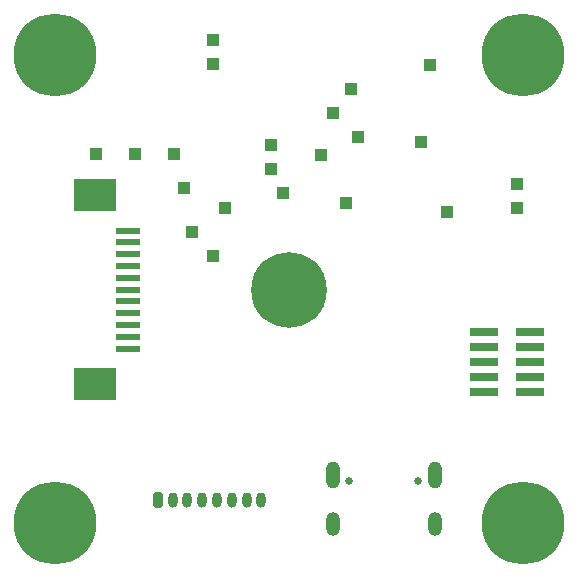
<source format=gbr>
G04 #@! TF.GenerationSoftware,KiCad,Pcbnew,8.0.8*
G04 #@! TF.CreationDate,2025-02-05T10:03:22-05:00*
G04 #@! TF.ProjectId,RW_board,52575f62-6f61-4726-942e-6b696361645f,rev?*
G04 #@! TF.SameCoordinates,Original*
G04 #@! TF.FileFunction,Soldermask,Bot*
G04 #@! TF.FilePolarity,Negative*
%FSLAX46Y46*%
G04 Gerber Fmt 4.6, Leading zero omitted, Abs format (unit mm)*
G04 Created by KiCad (PCBNEW 8.0.8) date 2025-02-05 10:03:22*
%MOMM*%
%LPD*%
G01*
G04 APERTURE LIST*
G04 Aperture macros list*
%AMRoundRect*
0 Rectangle with rounded corners*
0 $1 Rounding radius*
0 $2 $3 $4 $5 $6 $7 $8 $9 X,Y pos of 4 corners*
0 Add a 4 corners polygon primitive as box body*
4,1,4,$2,$3,$4,$5,$6,$7,$8,$9,$2,$3,0*
0 Add four circle primitives for the rounded corners*
1,1,$1+$1,$2,$3*
1,1,$1+$1,$4,$5*
1,1,$1+$1,$6,$7*
1,1,$1+$1,$8,$9*
0 Add four rect primitives between the rounded corners*
20,1,$1+$1,$2,$3,$4,$5,0*
20,1,$1+$1,$4,$5,$6,$7,0*
20,1,$1+$1,$6,$7,$8,$9,0*
20,1,$1+$1,$8,$9,$2,$3,0*%
G04 Aperture macros list end*
%ADD10C,0.800000*%
%ADD11C,7.000000*%
%ADD12C,6.400000*%
%ADD13RoundRect,0.200000X-0.200000X-0.450000X0.200000X-0.450000X0.200000X0.450000X-0.200000X0.450000X0*%
%ADD14O,0.800000X1.300000*%
%ADD15C,0.650000*%
%ADD16O,1.204000X2.304000*%
%ADD17O,1.204000X2.004000*%
%ADD18R,2.400000X0.760000*%
%ADD19R,1.000000X1.000000*%
%ADD20R,2.000000X0.610000*%
%ADD21R,3.600000X2.680000*%
G04 APERTURE END LIST*
D10*
X127556845Y-77772845D03*
X127556845Y-81485155D03*
D11*
X129413000Y-79629000D03*
D10*
X129413000Y-82254000D03*
X131269155Y-77772845D03*
X131269155Y-81485155D03*
X132038000Y-79629000D03*
D12*
X149200000Y-99500000D03*
D13*
X138119000Y-117299000D03*
D14*
X139369000Y-117299000D03*
X140619000Y-117299000D03*
X141869000Y-117299000D03*
X143119000Y-117299000D03*
X144369000Y-117299000D03*
X145619000Y-117299000D03*
X146869000Y-117299000D03*
D10*
X166412000Y-79629000D03*
X167180845Y-77772845D03*
X167180845Y-81485155D03*
D11*
X169037000Y-79629000D03*
D10*
X169037000Y-82254000D03*
X170893155Y-77772845D03*
X170893155Y-81485155D03*
X166412000Y-119253000D03*
X167180845Y-117396845D03*
X167180845Y-121109155D03*
X169037000Y-116628000D03*
D11*
X169037000Y-119253000D03*
D10*
X170893155Y-117396845D03*
X170893155Y-121109155D03*
X127556845Y-117396845D03*
X127556845Y-121109155D03*
X129413000Y-116628000D03*
D11*
X129413000Y-119253000D03*
D10*
X131269155Y-117396845D03*
X131269155Y-121109155D03*
X132038000Y-119253000D03*
D15*
X154336000Y-115700000D03*
X160116000Y-115700000D03*
D16*
X152906000Y-115200000D03*
X161546000Y-115200000D03*
D17*
X152906000Y-119380000D03*
X161546000Y-119380000D03*
D18*
X169590000Y-103124000D03*
X165690000Y-103124000D03*
X169590000Y-104394000D03*
X165690000Y-104394000D03*
X169590000Y-105664000D03*
X165690000Y-105664000D03*
X169590000Y-106934000D03*
X165690000Y-106934000D03*
X169590000Y-108204000D03*
X165690000Y-108204000D03*
D19*
X143764000Y-92583000D03*
D20*
X135585200Y-104500000D03*
X135585200Y-103500000D03*
X135585200Y-102500000D03*
X135585200Y-101500000D03*
X135585200Y-100500000D03*
X135585200Y-99500000D03*
X135585200Y-98500000D03*
X135585200Y-97500000D03*
X135585200Y-96500000D03*
X135585200Y-95500000D03*
X135585200Y-94500000D03*
D21*
X132785200Y-107490000D03*
X132785200Y-91510000D03*
D19*
X151892000Y-88138000D03*
X142748000Y-96651000D03*
X154051000Y-92202000D03*
X162560000Y-92964000D03*
X152908000Y-84582000D03*
X168529000Y-90551000D03*
X142748000Y-80391000D03*
X160401000Y-86995000D03*
X155067000Y-86614000D03*
X154432000Y-82550000D03*
X161163000Y-80518000D03*
X147701000Y-89281000D03*
X168529000Y-92583000D03*
X136144000Y-88011000D03*
X142748000Y-78359000D03*
X139446000Y-88011000D03*
X148717000Y-91313000D03*
X132842000Y-88011000D03*
X140335000Y-90932000D03*
X140970000Y-94615000D03*
X147701000Y-87249000D03*
M02*

</source>
